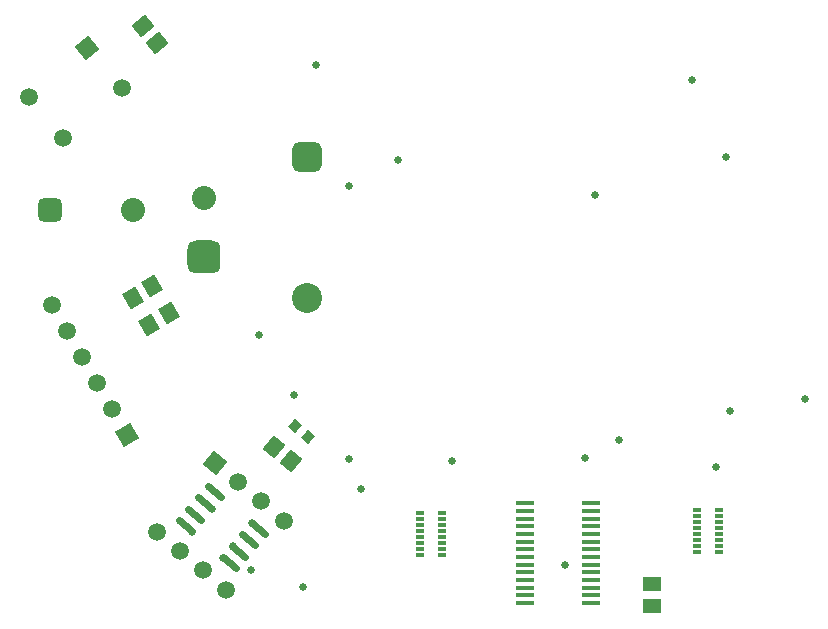
<source format=gbr>
G04 Layer_Color=255*
%FSLAX26Y26*%
%MOIN*%
%TF.FileFunction,Pads,Bot*%
%TF.Part,Single*%
%TFFileComment,Halloween PCB
Pumpkin Badge
V1
Gadorach
(W.W.S.)*%
G01*
G75*
%TA.AperFunction,SMDPad,CuDef*%
G04:AMPARAMS|DCode=19|XSize=35.433mil|YSize=31.496mil|CornerRadius=0mil|HoleSize=0mil|Usage=FLASHONLY|Rotation=230.000|XOffset=0mil|YOffset=0mil|HoleType=Round|Shape=Rectangle|*
%AMROTATEDRECTD19*
4,1,4,-0.000676,0.023694,0.023452,0.003449,0.000676,-0.023694,-0.023452,-0.003449,-0.000676,0.023694,0.0*
%
%ADD19ROTATEDRECTD19*%

%TA.AperFunction,ViaPad*%
%ADD26C,0.025000*%
%TA.AperFunction,ComponentPad*%
%ADD27P,0.083516X4X265.0*%
%ADD28C,0.059055*%
%ADD29C,0.080000*%
G04:AMPARAMS|DCode=30|XSize=110mil|YSize=110mil|CornerRadius=27.5mil|HoleSize=0mil|Usage=FLASHONLY|Rotation=90.000|XOffset=0mil|YOffset=0mil|HoleType=Round|Shape=RoundedRectangle|*
%AMROUNDEDRECTD30*
21,1,0.110000,0.055000,0,0,90.0*
21,1,0.055000,0.110000,0,0,90.0*
1,1,0.055000,0.027500,0.027500*
1,1,0.055000,0.027500,-0.027500*
1,1,0.055000,-0.027500,-0.027500*
1,1,0.055000,-0.027500,0.027500*
%
%ADD30ROUNDEDRECTD30*%
%ADD31P,0.083516X4X165.0*%
%ADD32P,0.083516X4X275.0*%
G04:AMPARAMS|DCode=33|XSize=80mil|YSize=80mil|CornerRadius=20mil|HoleSize=0mil|Usage=FLASHONLY|Rotation=180.000|XOffset=0mil|YOffset=0mil|HoleType=Round|Shape=RoundedRectangle|*
%AMROUNDEDRECTD33*
21,1,0.080000,0.040000,0,0,180.0*
21,1,0.040000,0.080000,0,0,180.0*
1,1,0.040000,-0.020000,0.020000*
1,1,0.040000,0.020000,0.020000*
1,1,0.040000,0.020000,-0.020000*
1,1,0.040000,-0.020000,-0.020000*
%
%ADD33ROUNDEDRECTD33*%
%ADD34C,0.100000*%
G04:AMPARAMS|DCode=35|XSize=100mil|YSize=100mil|CornerRadius=25mil|HoleSize=0mil|Usage=FLASHONLY|Rotation=180.000|XOffset=0mil|YOffset=0mil|HoleType=Round|Shape=RoundedRectangle|*
%AMROUNDEDRECTD35*
21,1,0.100000,0.050000,0,0,180.0*
21,1,0.050000,0.100000,0,0,180.0*
1,1,0.050000,-0.025000,0.025000*
1,1,0.050000,0.025000,0.025000*
1,1,0.050000,0.025000,-0.025000*
1,1,0.050000,-0.025000,-0.025000*
%
%ADD35ROUNDEDRECTD35*%
%TA.AperFunction,SMDPad,CuDef*%
G04:AMPARAMS|DCode=36|XSize=59.055mil|YSize=51.181mil|CornerRadius=0mil|HoleSize=0mil|Usage=FLASHONLY|Rotation=220.000|XOffset=0mil|YOffset=0mil|HoleType=Round|Shape=Rectangle|*
%AMROTATEDRECTD36*
4,1,4,0.006170,0.038584,0.039069,-0.000624,-0.006170,-0.038584,-0.039069,0.000624,0.006170,0.038584,0.0*
%
%ADD36ROTATEDRECTD36*%

G04:AMPARAMS|DCode=37|XSize=23.622mil|YSize=80.709mil|CornerRadius=0mil|HoleSize=0mil|Usage=FLASHONLY|Rotation=50.000|XOffset=0mil|YOffset=0mil|HoleType=Round|Shape=Round|*
%AMOVALD37*
21,1,0.057087,0.023622,0.000000,0.000000,140.0*
1,1,0.023622,0.021865,-0.018347*
1,1,0.023622,-0.021865,0.018347*
%
%ADD37OVALD37*%

G04:AMPARAMS|DCode=38|XSize=59.055mil|YSize=51.181mil|CornerRadius=0mil|HoleSize=0mil|Usage=FLASHONLY|Rotation=120.000|XOffset=0mil|YOffset=0mil|HoleType=Round|Shape=Rectangle|*
%AMROTATEDRECTD38*
4,1,4,0.036926,-0.012776,-0.007398,-0.038367,-0.036926,0.012776,0.007398,0.038367,0.036926,-0.012776,0.0*
%
%ADD38ROTATEDRECTD38*%

%ADD39R,0.059055X0.051181*%
G04:AMPARAMS|DCode=40|XSize=59.055mil|YSize=51.181mil|CornerRadius=0mil|HoleSize=0mil|Usage=FLASHONLY|Rotation=50.000|XOffset=0mil|YOffset=0mil|HoleType=Round|Shape=Rectangle|*
%AMROTATEDRECTD40*
4,1,4,0.000624,-0.039069,-0.038584,-0.006170,-0.000624,0.039069,0.038584,0.006170,0.000624,-0.039069,0.0*
%
%ADD40ROTATEDRECTD40*%

%ADD41R,0.030000X0.014000*%
%ADD42R,0.064961X0.011811*%
D19*
X3099582Y2133140D02*
D03*
X3141804Y2097710D02*
D03*
D26*
X2950477Y1653072D02*
D03*
X3998934Y1671614D02*
D03*
X3622436Y2018386D02*
D03*
X4063885Y2026236D02*
D03*
X4177990Y2087197D02*
D03*
X4500779Y1995864D02*
D03*
X4798107Y2223865D02*
D03*
X4549345Y2182220D02*
D03*
X4423143Y3288481D02*
D03*
X4536506Y3029477D02*
D03*
X4097325Y2905185D02*
D03*
X3168547Y3336161D02*
D03*
X3442314Y3019239D02*
D03*
X3280068Y2934958D02*
D03*
X2978213Y2436230D02*
D03*
X3095743Y2236865D02*
D03*
X3317117Y1924418D02*
D03*
X3277886Y2024597D02*
D03*
X2755171Y1780601D02*
D03*
X2859942Y1694462D02*
D03*
X3125254Y1598646D02*
D03*
X2820492Y1858158D02*
D03*
X2955316Y1810220D02*
D03*
X2891798Y1733522D02*
D03*
D27*
X2406471Y3394796D02*
D03*
D28*
X2520351Y3259079D02*
D03*
X2210436Y3230303D02*
D03*
X2324316Y3094586D02*
D03*
X2290000Y2538206D02*
D03*
X2340000Y2451602D02*
D03*
X2390000Y2365000D02*
D03*
X2440000Y2278398D02*
D03*
X2490000Y2191794D02*
D03*
X2868488Y1588676D02*
D03*
X2791884Y1652954D02*
D03*
X2715280Y1717232D02*
D03*
X2638676Y1781512D02*
D03*
X3061324Y1818488D02*
D03*
X2984720Y1882768D02*
D03*
X2908116Y1947046D02*
D03*
D29*
X2795000Y2893426D02*
D03*
X2559764Y2855000D02*
D03*
D30*
X2795000Y2696574D02*
D03*
D31*
X2540000Y2105192D02*
D03*
D32*
X2831512Y2011324D02*
D03*
D33*
X2280236Y2855000D02*
D03*
D34*
X3140000Y2561496D02*
D03*
D35*
Y3030000D02*
D03*
D36*
X2639459Y3409878D02*
D03*
X2591377Y3467181D02*
D03*
D37*
X2977172Y1791448D02*
D03*
X2945034Y1753146D02*
D03*
X2912894Y1714842D02*
D03*
X2880754Y1676542D02*
D03*
X2830900Y1914184D02*
D03*
X2798762Y1875882D02*
D03*
X2766622Y1837580D02*
D03*
X2734482Y1799278D02*
D03*
D38*
X2557610Y2561300D02*
D03*
X2622390Y2598700D02*
D03*
X2612610Y2471300D02*
D03*
X2677390Y2508700D02*
D03*
D39*
X4290000Y1607402D02*
D03*
Y1532598D02*
D03*
D40*
X3027282Y2064178D02*
D03*
X3084584Y2016096D02*
D03*
D41*
X4511500Y1715000D02*
D03*
Y1735000D02*
D03*
Y1755000D02*
D03*
Y1775000D02*
D03*
Y1795000D02*
D03*
Y1815000D02*
D03*
Y1835000D02*
D03*
Y1855000D02*
D03*
X4438500D02*
D03*
Y1835000D02*
D03*
Y1815000D02*
D03*
Y1795000D02*
D03*
Y1775000D02*
D03*
Y1755000D02*
D03*
Y1735000D02*
D03*
Y1715000D02*
D03*
X3515000Y1845000D02*
D03*
Y1825000D02*
D03*
Y1805000D02*
D03*
Y1785000D02*
D03*
Y1765000D02*
D03*
Y1745000D02*
D03*
Y1725000D02*
D03*
Y1705000D02*
D03*
X3588000D02*
D03*
Y1725000D02*
D03*
Y1745000D02*
D03*
Y1765000D02*
D03*
Y1785000D02*
D03*
Y1805000D02*
D03*
Y1825000D02*
D03*
Y1845000D02*
D03*
D42*
X3865748Y1543662D02*
D03*
Y1569252D02*
D03*
Y1594842D02*
D03*
Y1620434D02*
D03*
Y1646024D02*
D03*
Y1671614D02*
D03*
Y1697204D02*
D03*
Y1722796D02*
D03*
Y1748386D02*
D03*
Y1773976D02*
D03*
Y1799566D02*
D03*
Y1825158D02*
D03*
Y1850748D02*
D03*
Y1876338D02*
D03*
X4084252Y1543662D02*
D03*
Y1569252D02*
D03*
Y1594842D02*
D03*
Y1620434D02*
D03*
Y1646024D02*
D03*
Y1671614D02*
D03*
Y1697204D02*
D03*
Y1722796D02*
D03*
Y1748386D02*
D03*
Y1773976D02*
D03*
Y1799566D02*
D03*
Y1825158D02*
D03*
Y1850748D02*
D03*
Y1876338D02*
D03*
%TF.MD5,e68ff3330c43b43c8e8e3d9dc0821f4d*%
M02*

</source>
